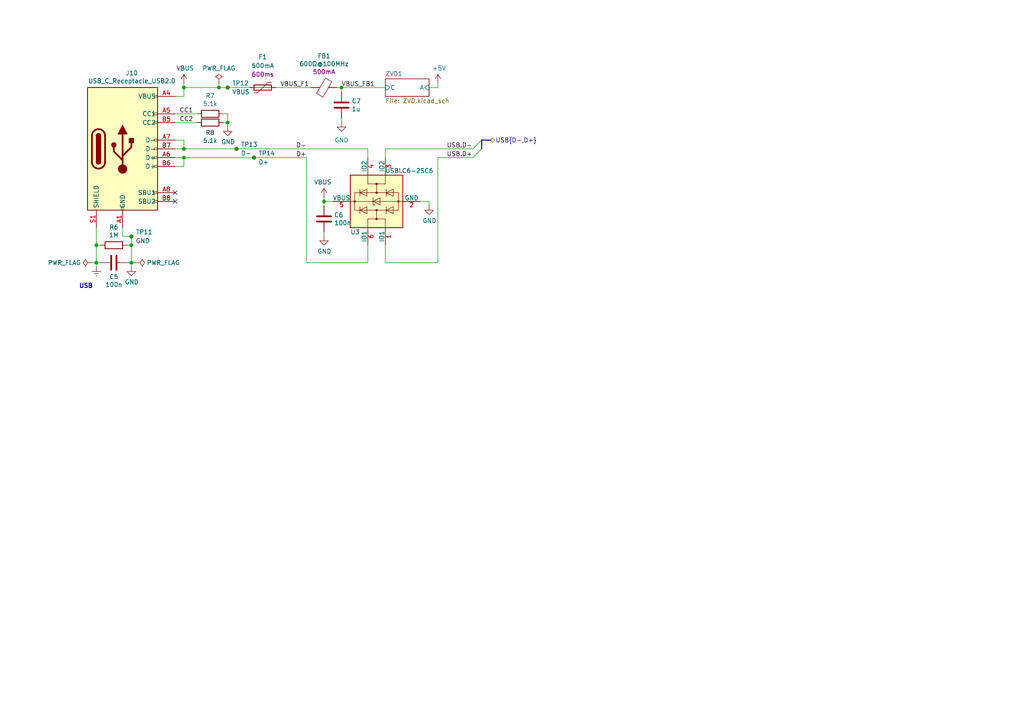
<source format=kicad_sch>
(kicad_sch (version 20211123) (generator eeschema)
  (paper "A4")
  (title_block (title "${title}") (date "2023-01-29") (rev "${revision}") (comment 1 "${repo}"))
  (lib_symbols
    (symbol "Connector:TestPoint_Small" (pin_numbers hide) (pin_names (offset 0.762) hide)
      (property "Reference" "TP" (at 0 3.81 0))
      (property "Value" "TestPoint_Small" (at 0 2.032 0))
      (symbol "TestPoint_Small_0_1"
        (circle (center 0 0) (radius 0.508))
      )
      (symbol "TestPoint_Small_1_1"
        (pin passive line (at 0 0 90) (length 0) (name "1") (number "1"))
      )
    )
    (symbol "Connector:USB_C_Receptacle_USB2.0"
      (property "Reference" "J" (at -10.16 19.05 0))
      (property "Value" "USB_C_Receptacle_USB2.0" (at 19.05 19.05 0))
      (symbol "USB_C_Receptacle_USB2.0_0_0"
        (rectangle (start -0.254 -17.78) (end 0.254 -16.764))
        (rectangle (start 10.16 -14.986) (end 9.144 -15.494))
        (rectangle (start 10.16 -12.446) (end 9.144 -12.954))
        (rectangle (start 10.16 -4.826) (end 9.144 -5.334))
        (rectangle (start 10.16 -2.286) (end 9.144 -2.794))
        (rectangle (start 10.16 0.254) (end 9.144 -0.254))
        (rectangle (start 10.16 2.794) (end 9.144 2.286))
        (rectangle (start 10.16 7.874) (end 9.144 7.366))
        (rectangle (start 10.16 10.414) (end 9.144 9.906))
        (rectangle (start 10.16 15.494) (end 9.144 14.986))
      )
      (symbol "USB_C_Receptacle_USB2.0_0_1"
        (rectangle (start -10.16 17.78) (end 10.16 -17.78) (stroke (width 0.254)) (fill (type background)))
        (arc (start -8.89 -3.81) (mid -6.985 -5.715) (end -5.08 -3.81) (stroke (width 0.508)))
        (arc (start -7.62 -3.81) (mid -6.985 -4.445) (end -6.35 -3.81) (stroke (width 0.254)))
        (arc (start -7.62 -3.81) (mid -6.985 -4.445) (end -6.35 -3.81) (stroke (width 0.254)) (fill (type outline)))
        (rectangle (start -7.62 -3.81) (end -6.35 3.81) (stroke (width 0.254)) (fill (type outline)))
        (arc (start -6.35 3.81) (mid -6.985 4.445) (end -7.62 3.81) (stroke (width 0.254)))
        (arc (start -6.35 3.81) (mid -6.985 4.445) (end -7.62 3.81) (stroke (width 0.254)) (fill (type outline)))
        (arc (start -5.08 3.81) (mid -6.985 5.715) (end -8.89 3.81) (stroke (width 0.508)))
        (circle (center -2.54 1.143) (radius 0.635) (stroke (width 0.254)) (fill (type outline)))
        (circle (center 0 -5.842) (radius 1.27) (fill (type outline)))
        (polyline (pts (xy -8.89 -3.81) (xy -8.89 3.81)) (stroke (width 0.508)))
        (polyline (pts (xy -5.08 3.81) (xy -5.08 -3.81)) (stroke (width 0.508)))
        (polyline (pts (xy 0 -5.842) (xy 0 4.318)) (stroke (width 0.508)))
        (polyline (pts (xy 0 -3.302) (xy -2.54 -0.762) (xy -2.54 0.508)) (stroke (width 0.508)))
        (polyline (pts (xy 0 -2.032) (xy 2.54 0.508) (xy 2.54 1.778)) (stroke (width 0.508)))
        (polyline (pts (xy -1.27 4.318) (xy 0 6.858) (xy 1.27 4.318) (xy -1.27 4.318)) (stroke (width 0.254)) (fill (type outline)))
        (rectangle (start 1.905 1.778) (end 3.175 3.048) (stroke (width 0.254)) (fill (type outline)))
      )
      (symbol "USB_C_Receptacle_USB2.0_1_1"
        (pin power_in line (at 0 -22.86 90) (length 5.08) (name "GND") (number "A1"))
        (pin passive line (at 0 -22.86 90) (length 5.08) hide (name "GND") (number "A12"))
        (pin power_in line (at 15.24 15.24 180) (length 5.08) (name "VBUS") (number "A4"))
        (pin bidirectional line (at 15.24 10.16 180) (length 5.08) (name "CC1") (number "A5"))
        (pin bidirectional line (at 15.24 -2.54 180) (length 5.08) (name "D+") (number "A6"))
        (pin bidirectional line (at 15.24 2.54 180) (length 5.08) (name "D-") (number "A7"))
        (pin bidirectional line (at 15.24 -12.7 180) (length 5.08) (name "SBU1") (number "A8"))
        (pin passive line (at 15.24 15.24 180) (length 5.08) hide (name "VBUS") (number "A9"))
        (pin passive line (at 0 -22.86 90) (length 5.08) hide (name "GND") (number "B1"))
        (pin passive line (at 0 -22.86 90) (length 5.08) hide (name "GND") (number "B12"))
        (pin passive line (at 15.24 15.24 180) (length 5.08) hide (name "VBUS") (number "B4"))
        (pin bidirectional line (at 15.24 7.62 180) (length 5.08) (name "CC2") (number "B5"))
        (pin bidirectional line (at 15.24 -5.08 180) (length 5.08) (name "D+") (number "B6"))
        (pin bidirectional line (at 15.24 0 180) (length 5.08) (name "D-") (number "B7"))
        (pin bidirectional line (at 15.24 -15.24 180) (length 5.08) (name "SBU2") (number "B8"))
        (pin passive line (at 15.24 15.24 180) (length 5.08) hide (name "VBUS") (number "B9"))
        (pin passive line (at -7.62 -22.86 90) (length 5.08) (name "SHIELD") (number "S1"))
      )
    )
    (symbol "Device:C" (pin_numbers hide) (pin_names (offset 0.254))
      (property "Reference" "C" (at 0.635 2.54 0))
      (property "Value" "C" (at 0.635 -2.54 0))
      (symbol "C_0_1"
        (polyline (pts (xy -2.032 -0.762) (xy 2.032 -0.762)) (stroke (width 0.508)))
        (polyline (pts (xy -2.032 0.762) (xy 2.032 0.762)) (stroke (width 0.508)))
      )
      (symbol "C_1_1"
        (pin passive line (at 0 3.81 270) (length 2.794) (name "~") (number "1"))
        (pin passive line (at 0 -3.81 90) (length 2.794) (name "~") (number "2"))
      )
    )
    (symbol "Device:Ferrite_Bead" (pin_numbers hide) (pin_names (offset 0))
      (property "Reference" "FB" (at -3.81 0.635 90))
      (property "Value" "Ferrite_Bead" (at 3.81 0 90))
      (symbol "Ferrite_Bead_0_1"
        (polyline (pts (xy 0 -1.27) (xy 0 -1.2192)))
        (polyline (pts (xy 0 1.27) (xy 0 1.2954)))
        (polyline (pts (xy -2.7686 0.4064) (xy -1.7018 2.2606) (xy 2.7686 -0.3048) (xy 1.6764 -2.159) (xy -2.7686 0.4064)))
      )
      (symbol "Ferrite_Bead_1_1"
        (pin passive line (at 0 3.81 270) (length 2.54) (name "~") (number "1"))
        (pin passive line (at 0 -3.81 90) (length 2.54) (name "~") (number "2"))
      )
    )
    (symbol "Device:Polyfuse" (pin_numbers hide) (pin_names (offset 0))
      (property "Reference" "F" (at -2.54 0 90))
      (property "Value" "Polyfuse" (at 2.54 0 90))
      (symbol "Polyfuse_0_1"
        (rectangle (start -0.762 2.54) (end 0.762 -2.54) (stroke (width 0.254)))
        (polyline (pts (xy 0 2.54) (xy 0 -2.54)))
        (polyline (pts (xy -1.524 2.54) (xy -1.524 1.524) (xy 1.524 -1.524) (xy 1.524 -2.54)))
      )
      (symbol "Polyfuse_1_1"
        (pin passive line (at 0 3.81 270) (length 1.27) (name "~") (number "1"))
        (pin passive line (at 0 -3.81 90) (length 1.27) (name "~") (number "2"))
      )
    )
    (symbol "Device:R" (pin_numbers hide) (pin_names (offset 0))
      (property "Reference" "R" (at 2.032 0 90))
      (property "Value" "R" (at 0 0 90))
      (symbol "R_0_1"
        (rectangle (start -1.016 -2.54) (end 1.016 2.54) (stroke (width 0.254)))
      )
      (symbol "R_1_1"
        (pin passive line (at 0 3.81 270) (length 1.27) (name "~") (number "1"))
        (pin passive line (at 0 -3.81 90) (length 1.27) (name "~") (number "2"))
      )
    )
    (symbol "Device:R_1" (pin_numbers hide) (pin_names (offset 0))
      (property "Reference" "R" (at 2.032 0 90))
      (property "Value" "R" (at 0 0 90))
      (symbol "R_1_0_1"
        (rectangle (start -1.016 -2.54) (end 1.016 2.54) (stroke (width 0.254)))
      )
      (symbol "R_1_1_1"
        (pin passive line (at 0 3.81 270) (length 1.27) (name "~") (number "1"))
        (pin passive line (at 0 -3.81 90) (length 1.27) (name "~") (number "2"))
      )
    )
    (symbol "Power_Protection:USBLC6-2SC6" (pin_names (offset 0))
      (property "Reference" "U" (at 5.08 8.89 0))
      (property "Value" "USBLC6-2SC6" (at 10.16 -10.16 0))
      (symbol "USBLC6-2SC6_0_1"
        (rectangle (start -7.62 -7.62) (end 7.62 7.62) (stroke (width 0.254)) (fill (type background)))
        (circle (center -5.08 0) (radius 0.254) (fill (type outline)))
        (circle (center -2.54 0) (radius 0.254) (fill (type outline)))
        (rectangle (start -2.54 6.35) (end 2.54 -6.35))
        (circle (center 0 -6.35) (radius 0.254) (fill (type outline)))
        (polyline (pts (xy -5.08 -2.54) (xy -7.62 -2.54)))
        (polyline (pts (xy -5.08 0) (xy -5.08 -2.54)))
        (polyline (pts (xy -5.08 2.54) (xy -7.62 2.54)))
        (polyline (pts (xy -1.524 -2.794) (xy -3.556 -2.794)))
        (polyline (pts (xy -1.524 4.826) (xy -3.556 4.826)))
        (polyline (pts (xy 0 -7.62) (xy 0 -6.35)))
        (polyline (pts (xy 0 -6.35) (xy 0 1.27)))
        (polyline (pts (xy 0 1.27) (xy 0 6.35)))
        (polyline (pts (xy 0 6.35) (xy 0 7.62)))
        (polyline (pts (xy 1.524 -2.794) (xy 3.556 -2.794)))
        (polyline (pts (xy 1.524 4.826) (xy 3.556 4.826)))
        (polyline (pts (xy 5.08 -2.54) (xy 7.62 -2.54)))
        (polyline (pts (xy 5.08 0) (xy 5.08 -2.54)))
        (polyline (pts (xy 5.08 2.54) (xy 7.62 2.54)))
        (polyline (pts (xy -2.54 0) (xy -5.08 0) (xy -5.08 2.54)))
        (polyline (pts (xy 2.54 0) (xy 5.08 0) (xy 5.08 2.54)))
        (polyline (pts (xy -3.556 -4.826) (xy -1.524 -4.826) (xy -2.54 -2.794) (xy -3.556 -4.826)))
        (polyline (pts (xy -3.556 2.794) (xy -1.524 2.794) (xy -2.54 4.826) (xy -3.556 2.794)))
        (polyline (pts (xy -1.016 -1.016) (xy 1.016 -1.016) (xy 0 1.016) (xy -1.016 -1.016)))
        (polyline (pts (xy 1.016 1.016) (xy 0.762 1.016) (xy -1.016 1.016) (xy -1.016 0.508)))
        (polyline (pts (xy 3.556 -4.826) (xy 1.524 -4.826) (xy 2.54 -2.794) (xy 3.556 -4.826)))
        (polyline (pts (xy 3.556 2.794) (xy 1.524 2.794) (xy 2.54 4.826) (xy 3.556 2.794)))
        (circle (center 0 6.35) (radius 0.254) (fill (type outline)))
        (circle (center 2.54 0) (radius 0.254) (fill (type outline)))
        (circle (center 5.08 0) (radius 0.254) (fill (type outline)))
      )
      (symbol "USBLC6-2SC6_1_1"
        (pin passive line (at -12.7 -2.54 0) (length 5.08) (name "IO1") (number "1"))
        (pin passive line (at 0 -12.7 90) (length 5.08) (name "GND") (number "2"))
        (pin passive line (at 12.7 -2.54 180) (length 5.08) (name "IO2") (number "3"))
        (pin passive line (at 12.7 2.54 180) (length 5.08) (name "IO2") (number "4"))
        (pin passive line (at 0 12.7 270) (length 5.08) (name "VBUS") (number "5"))
        (pin passive line (at -12.7 2.54 0) (length 5.08) (name "IO1") (number "6"))
      )
    )
    (symbol "power:+5V" (power) (pin_names (offset 0))
      (property "Value" "+5V" (at 0 3.556 0))
      (symbol "+5V_0_1"
        (polyline (pts (xy -0.762 1.27) (xy 0 2.54)))
        (polyline (pts (xy 0 0) (xy 0 2.54)))
        (polyline (pts (xy 0 2.54) (xy 0.762 1.27)))
      )
      (symbol "+5V_1_1"
        (pin power_in line (at 0 0 90) (length 0) hide (name "+5V") (number "1"))
      )
    )
    (symbol "power:Earth" (power) (pin_names (offset 0))
      (symbol "Earth_0_1"
        (polyline (pts (xy -0.635 -1.905) (xy 0.635 -1.905)))
        (polyline (pts (xy -0.127 -2.54) (xy 0.127 -2.54)))
        (polyline (pts (xy 0 -1.27) (xy 0 0)))
        (polyline (pts (xy 1.27 -1.27) (xy -1.27 -1.27)))
      )
      (symbol "Earth_1_1"
        (pin power_in line (at 0 0 270) (length 0) hide (name "Earth") (number "1"))
      )
    )
    (symbol "power:GND" (power) (pin_names (offset 0))
      (property "Value" "GND" (at 0 -3.81 0))
      (symbol "GND_0_1"
        (polyline (pts (xy 0 0) (xy 0 -1.27) (xy 1.27 -1.27) (xy 0 -2.54) (xy -1.27 -1.27) (xy 0 -1.27)))
      )
      (symbol "GND_1_1"
        (pin power_in line (at 0 0 270) (length 0) hide (name "GND") (number "1"))
      )
    )
    (symbol "power:PWR_FLAG" (power) (pin_numbers hide) (pin_names (offset 0) hide)
      (property "Value" "PWR_FLAG" (at 0 3.81 0))
      (symbol "PWR_FLAG_0_0"
        (pin power_out line (at 0 0 90) (length 0) (name "pwr") (number "1"))
      )
      (symbol "PWR_FLAG_0_1"
        (polyline (pts (xy 0 0) (xy 0 1.27) (xy -1.016 1.905) (xy 0 2.54) (xy 1.016 1.905) (xy 0 1.27)))
      )
    )
    (symbol "power:VBUS" (power) (pin_names (offset 0))
      (property "Value" "VBUS" (at 0 3.81 0))
      (symbol "VBUS_0_1"
        (polyline (pts (xy -0.762 1.27) (xy 0 2.54)))
        (polyline (pts (xy 0 0) (xy 0 2.54)))
        (polyline (pts (xy 0 2.54) (xy 0.762 1.27)))
      )
      (symbol "VBUS_1_1"
        (pin power_in line (at 0 0 90) (length 0) hide (name "VBUS") (number "1"))
      )
    )
  )
  (junction (at 53.34 43.18))
  (junction (at 68.58 43.18))
  (junction (at 27.94 71.12))
  (junction (at 73.66 45.72))
  (junction (at 53.34 45.72))
  (junction (at 63.5 25.4))
  (junction (at 53.34 25.4))
  (junction (at 38.1 71.12))
  (junction (at 93.98 58.42))
  (junction (at 27.94 76.2))
  (junction (at 66.04 35.56))
  (junction (at 38.1 76.2))
  (junction (at 99.06 25.4))
  (junction (at 66.04 25.4))
  (junction (at 38.1 68.58))
  (no_connect (at 50.8 58.42))
  (no_connect (at 50.8 55.88))
  (bus_entry (at 139.7 40.64) (size -2.54 2.54))
  (bus_entry (at 139.7 43.18) (size -2.54 2.54))
  (wire (pts (xy 93.98 57.15) (xy 93.98 58.42)))
  (wire (pts (xy 124.46 25.4) (xy 127 25.4)))
  (wire (pts (xy 50.8 43.18) (xy 53.34 43.18)))
  (wire (pts (xy 106.68 45.72) (xy 106.68 43.18)))
  (wire (pts (xy 50.8 45.72) (xy 53.34 45.72)))
  (wire (pts (xy 50.8 35.56) (xy 57.15 35.56)))
  (wire (pts (xy 27.94 66.04) (xy 27.94 71.12)))
  (wire (pts (xy 106.68 76.2) (xy 106.68 71.12)))
  (wire (pts (xy 111.76 76.2) (xy 127 76.2)))
  (wire (pts (xy 53.34 48.26) (xy 50.8 48.26)))
  (wire (pts (xy 38.1 71.12) (xy 38.1 76.2)))
  (wire (pts (xy 127 45.72) (xy 137.16 45.72)))
  (wire (pts (xy 121.92 58.42) (xy 124.46 58.42)))
  (wire (pts (xy 26.67 76.2) (xy 27.94 76.2)))
  (wire (pts (xy 53.34 45.72) (xy 53.34 48.26)))
  (wire (pts (xy 97.79 25.4) (xy 99.06 25.4)))
  (wire (pts (xy 99.06 26.67) (xy 99.06 25.4)))
  (wire (pts (xy 99.06 34.29) (xy 99.06 35.56)))
  (wire (pts (xy 63.5 24.13) (xy 63.5 25.4)))
  (wire (pts (xy 68.58 43.18) (xy 106.68 43.18)))
  (wire (pts (xy 111.76 43.18) (xy 137.16 43.18)))
  (bus (pts (xy 142.24 40.64) (xy 139.7 40.64)))
  (wire (pts (xy 27.94 76.2) (xy 27.94 77.47)))
  (wire (pts (xy 127 25.4) (xy 127 24.13)))
  (wire (pts (xy 35.56 66.04) (xy 35.56 68.58)))
  (bus (pts (xy 139.7 40.64) (xy 139.7 43.18)))
  (wire (pts (xy 35.56 68.58) (xy 38.1 68.58)))
  (wire (pts (xy 124.46 58.42) (xy 124.46 59.69)))
  (wire (pts (xy 50.8 27.94) (xy 53.34 27.94)))
  (wire (pts (xy 50.8 40.64) (xy 53.34 40.64)))
  (wire (pts (xy 36.83 76.2) (xy 38.1 76.2)))
  (wire (pts (xy 127 76.2) (xy 127 45.72)))
  (wire (pts (xy 66.04 35.56) (xy 66.04 36.83)))
  (wire (pts (xy 88.9 76.2) (xy 106.68 76.2)))
  (wire (pts (xy 27.94 76.2) (xy 29.21 76.2)))
  (wire (pts (xy 66.04 33.02) (xy 66.04 35.56)))
  (wire (pts (xy 93.98 58.42) (xy 93.98 59.69)))
  (wire (pts (xy 64.77 33.02) (xy 66.04 33.02)))
  (wire (pts (xy 73.66 45.72) (xy 88.9 45.72)))
  (wire (pts (xy 64.77 35.56) (xy 66.04 35.56)))
  (wire (pts (xy 36.83 71.12) (xy 38.1 71.12)))
  (wire (pts (xy 53.34 25.4) (xy 63.5 25.4)))
  (wire (pts (xy 63.5 25.4) (xy 66.04 25.4)))
  (wire (pts (xy 80.01 25.4) (xy 90.17 25.4)))
  (wire (pts (xy 88.9 45.72) (xy 88.9 76.2)))
  (wire (pts (xy 111.76 71.12) (xy 111.76 76.2)))
  (wire (pts (xy 53.34 40.64) (xy 53.34 43.18)))
  (wire (pts (xy 38.1 68.58) (xy 38.1 71.12)))
  (wire (pts (xy 53.34 24.13) (xy 53.34 25.4)))
  (wire (pts (xy 38.1 76.2) (xy 38.1 77.47)))
  (wire (pts (xy 53.34 45.72) (xy 73.66 45.72)))
  (wire (pts (xy 93.98 67.31) (xy 93.98 68.58)))
  (wire (pts (xy 53.34 25.4) (xy 53.34 27.94)))
  (wire (pts (xy 111.76 45.72) (xy 111.76 43.18)))
  (wire (pts (xy 53.34 43.18) (xy 68.58 43.18)))
  (wire (pts (xy 27.94 71.12) (xy 27.94 76.2)))
  (wire (pts (xy 27.94 71.12) (xy 29.21 71.12)))
  (wire (pts (xy 96.52 58.42) (xy 93.98 58.42)))
  (wire (pts (xy 66.04 25.4) (xy 72.39 25.4)))
  (wire (pts (xy 99.06 25.4) (xy 111.76 25.4)))
  (wire (pts (xy 38.1 76.2) (xy 39.37 76.2)))
  (wire (pts (xy 50.8 33.02) (xy 57.15 33.02)))
  (text "USB" (at 22.86 83.82 0) (effects (font (size 1.27 1.27) (thickness 0.254) bold) (justify left bottom)))
  (label "VBUS_FB1" (at 99.06 25.4 0))
  (label "USB.D+" (at 129.54 45.72 0))
  (label "D+" (at 88.9 45.72 180))
  (label "USB.D-" (at 129.54 43.18 0))
  (label "VBUS_F1" (at 81.28 25.4 0))
  (label "D-" (at 88.9 43.18 180))
  (label "CC1" (at 52.07 33.02 0))
  (label "CC2" (at 52.07 35.56 0))
  (hierarchical_label "USB{D-,D+}" (shape bidirectional) (at 142.24 40.64 0))
  (symbol (lib_id "Connector:TestPoint_Small") (at 66.04 25.4 0) (unit 1)
    (property "Reference" "TP12" (at 67.31 24.1299 0) (effects (justify left)))
    (property "Value" "VBUS" (at 67.31 26.6699 0) (effects (justify left)))
    (property "Footprint" "TestPoint:TestPoint_Pad_D1.0mm" (effects hide))
  )
  (symbol (lib_id "power:GND") (at 93.98 68.58 0) (unit 1)
    (property "Reference" "#PWR064" (effects hide))
    (property "Value" "GND" (at 94.0943 72.9044 0))
  )
  (symbol (lib_id "Connector:TestPoint_Small") (at 73.66 45.72 0) (unit 1)
    (property "Reference" "TP14" (at 74.93 44.4499 0) (effects (justify left)))
    (property "Value" "D+" (at 74.93 46.9899 0) (effects (justify left)))
    (property "Footprint" "TestPoint:TestPoint_Pad_D1.0mm" (effects hide))
  )
  (symbol (lib_id "Connector:USB_C_Receptacle_USB2.0") (at 35.56 43.18 0) (unit 1)
    (property "Reference" "J10" (at 38.227 21.1898 0))
    (property "Value" "USB_C_Receptacle_USB2.0" (at 38.227 23.4885 0))
    (property "Footprint" "Connector_USB_Project:USB_C_Receptacle_HRO_TYPE-C-31-D-09" (effects hide))
    (property "Datasheet" "https://www.usb.org/sites/default/files/documents/usb_type-c.zip" (effects hide))
  )
  (symbol (lib_id "Power_Protection:USBLC6-2SC6") (at 109.22 58.42 90) (unit 1)
    (property "Reference" "U3" (at 101.6 67.31 90) (effects (justify right)))
    (property "Value" "USBLC6-2SC6" (at 125.73 49.53 90) (effects (justify left)))
    (property "Footprint" "Package_TO_SOT_SMD:SOT-23-6" (effects hide))
    (property "Datasheet" "http://www2.st.com/resource/en/datasheet/CD00050750.pdf" (effects hide))
  )
  (symbol (lib_id "power:PWR_FLAG") (at 39.37 76.2 270) (unit 1)
    (property "Reference" "#FLG02" (effects hide))
    (property "Value" "PWR_FLAG" (at 42.5451 76.2 90) (effects (justify left)))
  )
  (symbol (lib_id "power:+5V") (at 127 24.13 0) (unit 1)
    (property "Reference" "#PWR067" (effects hide))
    (property "Value" "+5V" (at 127.3683 19.8056 0))
  )
  (symbol (lib_id "power:GND") (at 66.04 36.83 0) (unit 1)
    (property "Reference" "#PWR062" (effects hide))
    (property "Value" "GND" (at 66.1543 41.1544 0))
  )
  (symbol (lib_id "power:VBUS") (at 53.34 24.13 0) (unit 1)
    (property "Reference" "#PWR061" (effects hide))
    (property "Value" "VBUS" (at 53.7083 19.8056 0))
  )
  (symbol (lib_id "Device:R") (at 33.02 71.12 270) (mirror x) (unit 1)
    (property "Reference" "R6" (at 33.02 65.8938 90))
    (property "Value" "1M" (at 33.02 68.193 90))
    (property "Footprint" "Resistor_SMD:R_0603_1608Metric" (effects hide))
  )
  (symbol (lib_name "Device:R_1") (lib_id "Device:R") (at 60.96 35.56 270) (mirror x) (unit 1)
    (property "Reference" "R8" (at 60.96 38.4874 90))
    (property "Value" "5.1k" (at 60.96 40.7861 90))
    (property "Footprint" "Resistor_SMD:R_0603_1608Metric" (effects hide))
  )
  (symbol (lib_id "power:PWR_FLAG") (at 63.5 24.13 0) (unit 1)
    (property "Reference" "#FLG03" (effects hide))
    (property "Value" "PWR_FLAG" (at 63.5 19.8056 0))
  )
  (symbol (lib_id "Device:C") (at 99.06 30.48 180) (unit 1)
    (property "Reference" "C7" (at 101.9811 29.3306 0) (effects (justify right)))
    (property "Value" "1u" (at 101.981 31.629 0) (effects (justify right)))
    (property "Footprint" "Capacitor_SMD:C_0603_1608Metric" (effects hide))
  )
  (symbol (lib_id "Connector:TestPoint_Small") (at 68.58 43.18 0) (unit 1)
    (property "Reference" "TP13" (at 69.85 41.9099 0) (effects (justify left)))
    (property "Value" "D-" (at 69.85 44.4499 0) (effects (justify left)))
    (property "Footprint" "TestPoint:TestPoint_Pad_D1.0mm" (effects hide))
  )
  (symbol (lib_id "Device:Ferrite_Bead") (at 93.98 25.4 270) (unit 1)
    (property "Reference" "FB1" (at 93.98 16.2496 90))
    (property "Value" "600Ω@100MHz" (at 93.98 18.5483 90))
    (property "Footprint" "Inductor_SMD:L_0603_1608Metric" (effects hide))
    (property "Datasheet" "https://datasheet.lcsc.com/szlcsc/1809192135_TAITEC-FCM1608KF-601T05_C133937.pdf" (effects hide))
    (property "MPN" "FCM1608KF-601T05" (effects hide))
    (property "I_max" "500mA" (at 93.98 20.847 90))
  )
  (symbol (lib_id "Device:C") (at 33.02 76.2 90) (unit 1)
    (property "Reference" "C5" (at 33.02 80.2704 90))
    (property "Value" "100n" (at 33.02 82.569 90))
    (property "Footprint" "Capacitor_SMD:C_0603_1608Metric" (effects hide))
  )
  (symbol (lib_id "Connector:TestPoint_Small") (at 38.1 68.58 0) (unit 1)
    (property "Reference" "TP11" (at 39.37 67.3099 0) (effects (justify left)))
    (property "Value" "GND" (at 39.37 69.8499 0) (effects (justify left)))
    (property "Footprint" "TestPoint:TestPoint_Pad_D1.0mm" (effects hide))
  )
  (symbol (lib_id "power:PWR_FLAG") (at 26.67 76.2 90) (unit 1)
    (property "Reference" "#FLG01" (effects hide))
    (property "Value" "PWR_FLAG" (at 23.495 76.2 90) (effects (justify left)))
  )
  (symbol (lib_id "power:VBUS") (at 93.98 57.15 0) (mirror y) (unit 1)
    (property "Reference" "#PWR063" (effects hide))
    (property "Value" "VBUS" (at 93.6117 52.8256 0))
  )
  (symbol (lib_id "Device:C") (at 93.98 63.5 180) (unit 1)
    (property "Reference" "C6" (at 96.9011 62.3506 0) (effects (justify right)))
    (property "Value" "100n" (at 96.9011 64.6493 0) (effects (justify right)))
    (property "Footprint" "Capacitor_SMD:C_0603_1608Metric" (effects hide))
  )
  (symbol (lib_id "power:GND") (at 99.06 35.56 0) (unit 1)
    (property "Reference" "#PWR065" (effects hide))
    (property "Value" "GND" (at 99.06 40.64 0))
  )
  (symbol (lib_id "Device:Polyfuse") (at 76.2 25.4 90) (unit 1)
    (property "Reference" "F1" (at 76.2 16.51 90))
    (property "Value" "500mA" (at 76.2 19.05 90))
    (property "Footprint" "Resistor_SMD:R_0603_1608Metric" (effects hide))
    (property "Datasheet" "https://datasheet.lcsc.com/lcsc/1809292114_TLC-Electronic-TLC-FSMD020_C261935.pdf" (effects hide))
    (property "MPN" "TLC-FSMD020" (effects hide))
    (property "LCSC" "C261935" (effects hide))
    (property "T_trip" "600ms" (at 76.2 21.59 90))
  )
  (symbol (lib_id "power:GND") (at 124.46 59.69 0) (unit 1)
    (property "Reference" "#PWR066" (effects hide))
    (property "Value" "GND" (at 124.5743 64.0144 0))
  )
  (symbol (lib_id "power:Earth") (at 27.94 77.47 0) (unit 1)
    (property "Reference" "#PWR059" (effects hide))
    (property "Value" "Earth" (effects hide))
  )
  (symbol (lib_id "power:GND") (at 38.1 77.47 0) (unit 1)
    (property "Reference" "#PWR060" (effects hide))
    (property "Value" "GND" (at 38.2143 81.7944 0))
  )
  (symbol (lib_id "Device:R") (at 60.96 33.02 270) (mirror x) (unit 1)
    (property "Reference" "R7" (at 60.96 27.7938 90))
    (property "Value" "5.1k" (at 60.96 30.0925 90))
    (property "Footprint" "Resistor_SMD:R_0603_1608Metric" (effects hide))
  )
  (sheet (at 111.76 22.86) (size 12.7 5.08) (stroke (width 0.1524))
    (property "Sheet name" "ZVD1" (at 111.76 22.1484 0) (effects (justify left bottom)))
    (property "Sheet file" "ZVD.kicad_sch" (at 111.76 28.5246 0) (effects (justify left top)))
    (pin "C" input (at 111.76 25.4 180))
    (pin "A" input (at 124.46 25.4 0))
  )
)
</source>
